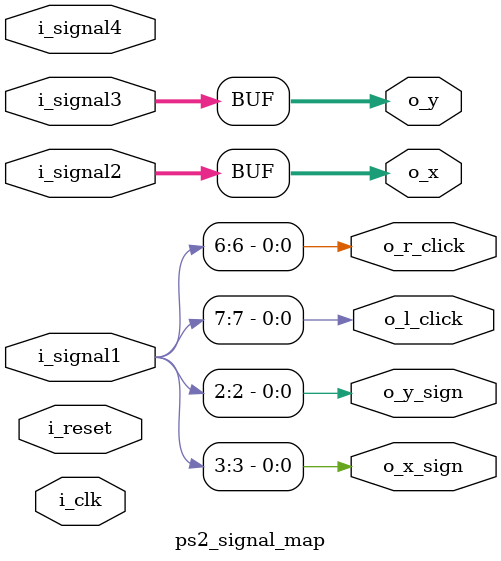
<source format=sv>
`timescale 1ns / 1ps
module ps2_signal_map(
                     input logic i_clk,
                     input logic i_reset,
                     input logic [7:0]  i_signal1,
                     input logic [7:0]  i_signal2,
                     input logic [7:0]  i_signal3,
                     input logic [7:0]  i_signal4,
                     output logic [7:0] o_x,
                     output logic [7:0] o_y,
                     output logic o_x_sign,
                     output logic o_y_sign,
                     output logic o_l_click,
                     output logic o_r_click
                     );

   assign o_x = i_signal2;
   assign o_y = i_signal3;
   assign {o_x_sign, o_y_sign} = i_signal1[3:2];
   assign {o_l_click, o_r_click} = i_signal1[7:6];
endmodule
</source>
